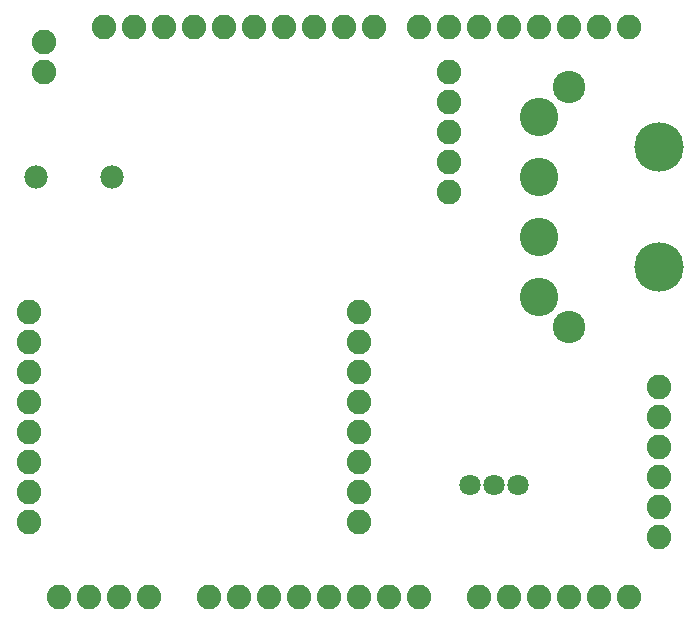
<source format=gbs>
G75*
%MOIN*%
%OFA0B0*%
%FSLAX25Y25*%
%IPPOS*%
%LPD*%
%AMOC8*
5,1,8,0,0,1.08239X$1,22.5*
%
%ADD10C,0.08200*%
%ADD11C,0.10800*%
%ADD12C,0.16500*%
%ADD13C,0.12800*%
%ADD14C,0.07800*%
%ADD15C,0.07099*%
D10*
X0087524Y0110000D03*
X0097524Y0110000D03*
X0107524Y0110000D03*
X0117524Y0110000D03*
X0137524Y0110000D03*
X0147524Y0110000D03*
X0157524Y0110000D03*
X0167524Y0110000D03*
X0177524Y0110000D03*
X0187524Y0110000D03*
X0197524Y0110000D03*
X0207524Y0110000D03*
X0227524Y0110000D03*
X0237524Y0110000D03*
X0247524Y0110000D03*
X0257524Y0110000D03*
X0267524Y0110000D03*
X0277524Y0110000D03*
X0287524Y0130000D03*
X0287524Y0140000D03*
X0287524Y0150000D03*
X0287524Y0160000D03*
X0287524Y0170000D03*
X0287524Y0180000D03*
X0217524Y0245000D03*
X0217524Y0255000D03*
X0217524Y0265000D03*
X0217524Y0275000D03*
X0217524Y0285000D03*
X0217524Y0300000D03*
X0227524Y0300000D03*
X0237524Y0300000D03*
X0247524Y0300000D03*
X0257524Y0300000D03*
X0267524Y0300000D03*
X0277524Y0300000D03*
X0207524Y0300000D03*
X0192524Y0300000D03*
X0182524Y0300000D03*
X0172524Y0300000D03*
X0162524Y0300000D03*
X0152524Y0300000D03*
X0142524Y0300000D03*
X0132524Y0300000D03*
X0122524Y0300000D03*
X0112524Y0300000D03*
X0102524Y0300000D03*
X0082524Y0295000D03*
X0082524Y0285000D03*
X0077524Y0205000D03*
X0077524Y0195000D03*
X0077524Y0185000D03*
X0077524Y0175000D03*
X0077524Y0165000D03*
X0077524Y0155000D03*
X0077524Y0145000D03*
X0077524Y0135000D03*
X0187524Y0135000D03*
X0187524Y0145000D03*
X0187524Y0155000D03*
X0187524Y0165000D03*
X0187524Y0175000D03*
X0187524Y0185000D03*
X0187524Y0195000D03*
X0187524Y0205000D03*
D11*
X0257524Y0200000D03*
X0257524Y0280000D03*
D12*
X0287524Y0260000D03*
X0287524Y0220000D03*
D13*
X0247524Y0210000D03*
X0247524Y0230000D03*
X0247524Y0250000D03*
X0247524Y0270000D03*
D14*
X0105319Y0250000D03*
X0079728Y0250000D03*
D15*
X0224650Y0147165D03*
X0232524Y0147165D03*
X0240398Y0147165D03*
M02*

</source>
